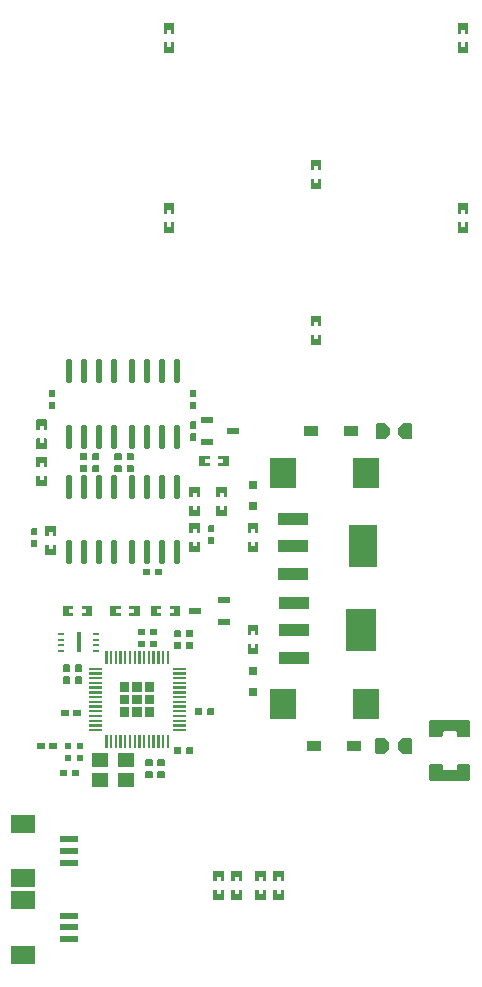
<source format=gtp>
G04 Layer: TopPasteMaskLayer*
G04 EasyEDA v6.5.29, 2023-07-19 20:14:37*
G04 41db7a399fb243939f9e48431119433e,5a6b42c53f6a479593ecc07194224c93,10*
G04 Gerber Generator version 0.2*
G04 Scale: 100 percent, Rotated: No, Reflected: No *
G04 Dimensions in millimeters *
G04 leading zeros omitted , absolute positions ,4 integer and 5 decimal *
%FSLAX45Y45*%
%MOMM*%

%AMMACRO1*21,1,$1,$2,0,0,$3*%
%ADD10O,0.58801X2.0450048*%
%ADD11R,0.8000X0.8000*%
%ADD12MACRO1,2.592X2.2075X-90.0000*%
%ADD13MACRO1,1.2X1.4X90.0000*%
%ADD14R,1.4000X1.2000*%
%ADD15MACRO1,1.2X1.4X-90.0000*%
%ADD16R,0.6000X0.2800*%
%ADD17R,0.3000X1.7000*%
%ADD18R,0.5500X0.5500*%
%ADD19R,1.5500X0.6000*%
%ADD20R,2.0000X1.5000*%
%ADD21R,1.0700X0.6000*%
%ADD22MACRO1,0.532X1.0375X-90.0000*%
%ADD23R,1.2000X0.9500*%
%ADD24R,2.5000X1.1000*%
%ADD25MACRO1,3.6X2.34X90.0000*%
%ADD26MACRO1,1.05X2.465X-90.0000*%
%ADD27MACRO1,3.54X2.465X90.0000*%
%ADD28C,0.0140*%

%LPD*%
G36*
X673252Y-2449423D02*
G01*
X663244Y-2459431D01*
X663244Y-2580081D01*
X673252Y-2590088D01*
X768705Y-2590088D01*
X778713Y-2580081D01*
X778713Y-2552293D01*
X788720Y-2542286D01*
X887679Y-2542286D01*
X897686Y-2552293D01*
X897686Y-2580081D01*
X907694Y-2590088D01*
X1003147Y-2590088D01*
X1013155Y-2580081D01*
X1013155Y-2459431D01*
X1003147Y-2449423D01*
G37*
G36*
X673252Y-2820111D02*
G01*
X663244Y-2830118D01*
X663244Y-2950768D01*
X673252Y-2960776D01*
X1003147Y-2960776D01*
X1013155Y-2950768D01*
X1013155Y-2830118D01*
X1003147Y-2820111D01*
X907694Y-2820111D01*
X897686Y-2830118D01*
X897686Y-2857906D01*
X887679Y-2867914D01*
X788720Y-2867914D01*
X778713Y-2857906D01*
X778713Y-2830118D01*
X768705Y-2820111D01*
G37*
G36*
X-1157630Y-3882593D02*
G01*
X-1162608Y-3887622D01*
X-1162608Y-3967581D01*
X-1157630Y-3972610D01*
X-1077620Y-3972610D01*
X-1072591Y-3967581D01*
X-1072591Y-3887622D01*
X-1077620Y-3882593D01*
X-1100378Y-3882593D01*
X-1100378Y-3919626D01*
X-1133398Y-3919626D01*
X-1133398Y-3882593D01*
G37*
G36*
X-1157630Y-3723589D02*
G01*
X-1162608Y-3728618D01*
X-1162608Y-3807612D01*
X-1157630Y-3812590D01*
X-1133398Y-3812590D01*
X-1133398Y-3774592D01*
X-1100378Y-3774592D01*
X-1100378Y-3812590D01*
X-1077620Y-3812590D01*
X-1072591Y-3807612D01*
X-1072591Y-3728618D01*
X-1077620Y-3723589D01*
G37*
G36*
X-1005230Y-3882593D02*
G01*
X-1010208Y-3887622D01*
X-1010208Y-3967581D01*
X-1005230Y-3972610D01*
X-925220Y-3972610D01*
X-920191Y-3967581D01*
X-920191Y-3887622D01*
X-925220Y-3882593D01*
X-947978Y-3882593D01*
X-947978Y-3919626D01*
X-980998Y-3919626D01*
X-980998Y-3882593D01*
G37*
G36*
X-1005230Y-3723589D02*
G01*
X-1010208Y-3728618D01*
X-1010208Y-3807612D01*
X-1005230Y-3812590D01*
X-980998Y-3812590D01*
X-980998Y-3774592D01*
X-947978Y-3774592D01*
X-947978Y-3812590D01*
X-925220Y-3812590D01*
X-920191Y-3807612D01*
X-920191Y-3728618D01*
X-925220Y-3723589D01*
G37*
G36*
X-649630Y-3882593D02*
G01*
X-654608Y-3887622D01*
X-654608Y-3967581D01*
X-649630Y-3972610D01*
X-569620Y-3972610D01*
X-564591Y-3967581D01*
X-564591Y-3887622D01*
X-569620Y-3882593D01*
X-592378Y-3882593D01*
X-592378Y-3919626D01*
X-625398Y-3919626D01*
X-625398Y-3882593D01*
G37*
G36*
X-649630Y-3723589D02*
G01*
X-654608Y-3728618D01*
X-654608Y-3807612D01*
X-649630Y-3812590D01*
X-625398Y-3812590D01*
X-625398Y-3774592D01*
X-592378Y-3774592D01*
X-592378Y-3812590D01*
X-569620Y-3812590D01*
X-564591Y-3807612D01*
X-564591Y-3728618D01*
X-569620Y-3723589D01*
G37*
G36*
X-802030Y-3882593D02*
G01*
X-807008Y-3887622D01*
X-807008Y-3967581D01*
X-802030Y-3972610D01*
X-722020Y-3972610D01*
X-716991Y-3967581D01*
X-716991Y-3887622D01*
X-722020Y-3882593D01*
X-744778Y-3882593D01*
X-744778Y-3919626D01*
X-777798Y-3919626D01*
X-777798Y-3882593D01*
G37*
G36*
X-802030Y-3723589D02*
G01*
X-807008Y-3728618D01*
X-807008Y-3807612D01*
X-802030Y-3812590D01*
X-777798Y-3812590D01*
X-777798Y-3774592D01*
X-744778Y-3774592D01*
X-744778Y-3812590D01*
X-722020Y-3812590D01*
X-716991Y-3807612D01*
X-716991Y-3728618D01*
X-722020Y-3723589D01*
G37*
G36*
X-332079Y975410D02*
G01*
X-337108Y970381D01*
X-337108Y890422D01*
X-332079Y885393D01*
X-309321Y885393D01*
X-309321Y922426D01*
X-276301Y922426D01*
X-276301Y885393D01*
X-252120Y885393D01*
X-247091Y890422D01*
X-247091Y970381D01*
X-252120Y975410D01*
G37*
G36*
X-332079Y815390D02*
G01*
X-337108Y810412D01*
X-337108Y731418D01*
X-332079Y726389D01*
X-252120Y726389D01*
X-247091Y731418D01*
X-247091Y810412D01*
X-252120Y815390D01*
X-276301Y815390D01*
X-276301Y777392D01*
X-309321Y777392D01*
X-309321Y815390D01*
G37*
G36*
X-332079Y2296210D02*
G01*
X-337108Y2291181D01*
X-337108Y2211222D01*
X-332079Y2206193D01*
X-309321Y2206193D01*
X-309321Y2243226D01*
X-276301Y2243226D01*
X-276301Y2206193D01*
X-252120Y2206193D01*
X-247091Y2211222D01*
X-247091Y2291181D01*
X-252120Y2296210D01*
G37*
G36*
X-332079Y2136190D02*
G01*
X-337108Y2131212D01*
X-337108Y2052218D01*
X-332079Y2047189D01*
X-252120Y2047189D01*
X-247091Y2052218D01*
X-247091Y2131212D01*
X-252120Y2136190D01*
X-276301Y2136190D01*
X-276301Y2098192D01*
X-309321Y2098192D01*
X-309321Y2136190D01*
G37*
G36*
X-1892706Y-188417D02*
G01*
X-1897684Y-193395D01*
X-1897684Y-238404D01*
X-1892706Y-243382D01*
X-1839722Y-243382D01*
X-1834692Y-238404D01*
X-1834692Y-193395D01*
X-1839722Y-188417D01*
G37*
G36*
X-1995678Y-188417D02*
G01*
X-2000707Y-193395D01*
X-2000707Y-238404D01*
X-1995678Y-243382D01*
X-1942693Y-243382D01*
X-1937715Y-238404D01*
X-1937715Y-193395D01*
X-1942693Y-188417D01*
G37*
G36*
X-2287828Y-188417D02*
G01*
X-2292807Y-193395D01*
X-2292807Y-238404D01*
X-2287828Y-243382D01*
X-2234793Y-243382D01*
X-2229815Y-238404D01*
X-2229815Y-193395D01*
X-2234793Y-188417D01*
G37*
G36*
X-2184806Y-188417D02*
G01*
X-2189784Y-193395D01*
X-2189784Y-238404D01*
X-2184806Y-243382D01*
X-2131822Y-243382D01*
X-2126792Y-238404D01*
X-2126792Y-193395D01*
X-2131822Y-188417D01*
G37*
G36*
X-2549804Y246684D02*
G01*
X-2554782Y241706D01*
X-2554782Y188722D01*
X-2549804Y183692D01*
X-2504795Y183692D01*
X-2499817Y188722D01*
X-2499817Y241706D01*
X-2504795Y246684D01*
G37*
G36*
X-2549804Y349707D02*
G01*
X-2554782Y344678D01*
X-2554782Y291693D01*
X-2549804Y286715D01*
X-2504795Y286715D01*
X-2499817Y291693D01*
X-2499817Y344678D01*
X-2504795Y349707D01*
G37*
G36*
X-865479Y-777189D02*
G01*
X-870508Y-782218D01*
X-870508Y-862177D01*
X-865479Y-867206D01*
X-842721Y-867206D01*
X-842721Y-830173D01*
X-809701Y-830173D01*
X-809701Y-867206D01*
X-785520Y-867206D01*
X-780491Y-862177D01*
X-780491Y-782218D01*
X-785520Y-777189D01*
G37*
G36*
X-865479Y-937209D02*
G01*
X-870508Y-942187D01*
X-870508Y-1021181D01*
X-865479Y-1026210D01*
X-785520Y-1026210D01*
X-780491Y-1021181D01*
X-780491Y-942187D01*
X-785520Y-937209D01*
X-809701Y-937209D01*
X-809701Y-975207D01*
X-842721Y-975207D01*
X-842721Y-937209D01*
G37*
G36*
X-1356004Y246684D02*
G01*
X-1360982Y241706D01*
X-1360982Y188722D01*
X-1356004Y183692D01*
X-1310995Y183692D01*
X-1306017Y188722D01*
X-1306017Y241706D01*
X-1310995Y246684D01*
G37*
G36*
X-1356004Y349707D02*
G01*
X-1360982Y344678D01*
X-1360982Y291693D01*
X-1356004Y286715D01*
X-1310995Y286715D01*
X-1306017Y291693D01*
X-1306017Y344678D01*
X-1310995Y349707D01*
G37*
G36*
X912520Y1927910D02*
G01*
X907491Y1922881D01*
X907491Y1842922D01*
X912520Y1837893D01*
X935278Y1837893D01*
X935278Y1874926D01*
X968298Y1874926D01*
X968298Y1837893D01*
X992479Y1837893D01*
X997508Y1842922D01*
X997508Y1922881D01*
X992479Y1927910D01*
G37*
G36*
X912520Y1767890D02*
G01*
X907491Y1762912D01*
X907491Y1683918D01*
X912520Y1678889D01*
X992479Y1678889D01*
X997508Y1683918D01*
X997508Y1762912D01*
X992479Y1767890D01*
X968298Y1767890D01*
X968298Y1729892D01*
X935278Y1729892D01*
X935278Y1767890D01*
G37*
G36*
X912520Y3451910D02*
G01*
X907491Y3446881D01*
X907491Y3366922D01*
X912520Y3361893D01*
X935278Y3361893D01*
X935278Y3398926D01*
X968298Y3398926D01*
X968298Y3361893D01*
X992479Y3361893D01*
X997508Y3366922D01*
X997508Y3446881D01*
X992479Y3451910D01*
G37*
G36*
X912520Y3291890D02*
G01*
X907491Y3286912D01*
X907491Y3207918D01*
X912520Y3202889D01*
X992479Y3202889D01*
X997508Y3207918D01*
X997508Y3286912D01*
X992479Y3291890D01*
X968298Y3291890D01*
X968298Y3253892D01*
X935278Y3253892D01*
X935278Y3291890D01*
G37*
G36*
X-1487881Y-1783283D02*
G01*
X-1492910Y-1790293D01*
X-1492910Y-1838299D01*
X-1487881Y-1843278D01*
X-1442923Y-1843278D01*
X-1437894Y-1838299D01*
X-1437894Y-1790293D01*
X-1442923Y-1783283D01*
G37*
G36*
X-1487881Y-1687322D02*
G01*
X-1492910Y-1692300D01*
X-1492910Y-1740306D01*
X-1487881Y-1747316D01*
X-1442923Y-1747316D01*
X-1437894Y-1740306D01*
X-1437894Y-1692300D01*
X-1442923Y-1687322D01*
G37*
G36*
X-1694383Y-1775917D02*
G01*
X-1701393Y-1780895D01*
X-1701393Y-1825904D01*
X-1694383Y-1830882D01*
X-1646377Y-1830882D01*
X-1641398Y-1825904D01*
X-1641398Y-1780895D01*
X-1646377Y-1775917D01*
G37*
G36*
X-1792376Y-1775917D02*
G01*
X-1797405Y-1780895D01*
X-1797405Y-1825904D01*
X-1792376Y-1830882D01*
X-1744421Y-1830882D01*
X-1737410Y-1825904D01*
X-1737410Y-1780895D01*
X-1744421Y-1775917D01*
G37*
G36*
X-1386281Y-1785315D02*
G01*
X-1391310Y-1790293D01*
X-1391310Y-1843278D01*
X-1386281Y-1848307D01*
X-1341323Y-1848307D01*
X-1336294Y-1843278D01*
X-1336294Y-1790293D01*
X-1341323Y-1785315D01*
G37*
G36*
X-1386332Y-1682292D02*
G01*
X-1391310Y-1687322D01*
X-1391310Y-1740306D01*
X-1386281Y-1745284D01*
X-1341323Y-1745284D01*
X-1336294Y-1740306D01*
X-1336294Y-1687322D01*
X-1341323Y-1682292D01*
G37*
G36*
X-2457805Y-2868117D02*
G01*
X-2462784Y-2873095D01*
X-2462784Y-2918104D01*
X-2457805Y-2923082D01*
X-2404821Y-2923082D01*
X-2399792Y-2918104D01*
X-2399792Y-2873095D01*
X-2404821Y-2868117D01*
G37*
G36*
X-2354783Y-2868117D02*
G01*
X-2359812Y-2873095D01*
X-2359812Y-2918104D01*
X-2354783Y-2923082D01*
X-2301798Y-2923082D01*
X-2296820Y-2918104D01*
X-2296820Y-2873095D01*
X-2301798Y-2868117D01*
G37*
G36*
X-1733905Y-2880817D02*
G01*
X-1738884Y-2885795D01*
X-1738884Y-2930804D01*
X-1733905Y-2935782D01*
X-1680921Y-2935782D01*
X-1675892Y-2930804D01*
X-1675892Y-2885795D01*
X-1680921Y-2880817D01*
G37*
G36*
X-1630883Y-2880817D02*
G01*
X-1635912Y-2885795D01*
X-1635912Y-2930804D01*
X-1630883Y-2935782D01*
X-1577898Y-2935782D01*
X-1572920Y-2930804D01*
X-1572920Y-2885795D01*
X-1577898Y-2880817D01*
G37*
G36*
X-1733905Y-2779217D02*
G01*
X-1738884Y-2784195D01*
X-1738884Y-2829204D01*
X-1733905Y-2834182D01*
X-1680921Y-2834182D01*
X-1675892Y-2829204D01*
X-1675892Y-2784195D01*
X-1680921Y-2779217D01*
G37*
G36*
X-1630883Y-2779217D02*
G01*
X-1635912Y-2784195D01*
X-1635912Y-2829204D01*
X-1630883Y-2834182D01*
X-1577898Y-2834182D01*
X-1572920Y-2829204D01*
X-1572920Y-2784195D01*
X-1577898Y-2779217D01*
G37*
G36*
X-2218334Y-2003298D02*
G01*
X-2218334Y-2023313D01*
X-2108301Y-2023313D01*
X-2108301Y-2003298D01*
G37*
G36*
X-2218334Y-2043277D02*
G01*
X-2218334Y-2063292D01*
X-2108301Y-2063292D01*
X-2108301Y-2043277D01*
G37*
G36*
X-2218334Y-2083307D02*
G01*
X-2218334Y-2103323D01*
X-2108301Y-2103323D01*
X-2108301Y-2083307D01*
G37*
G36*
X-2218334Y-2123338D02*
G01*
X-2218334Y-2143302D01*
X-2108301Y-2143302D01*
X-2108301Y-2123338D01*
G37*
G36*
X-2218334Y-2163267D02*
G01*
X-2218334Y-2183282D01*
X-2108301Y-2183282D01*
X-2108301Y-2163267D01*
G37*
G36*
X-2218334Y-2203297D02*
G01*
X-2218334Y-2223312D01*
X-2108301Y-2223312D01*
X-2108301Y-2203297D01*
G37*
G36*
X-2218334Y-2243277D02*
G01*
X-2218334Y-2263292D01*
X-2108301Y-2263292D01*
X-2108301Y-2243277D01*
G37*
G36*
X-2218334Y-2283307D02*
G01*
X-2218334Y-2303322D01*
X-2108301Y-2303322D01*
X-2108301Y-2283307D01*
G37*
G36*
X-2218334Y-2323287D02*
G01*
X-2218334Y-2343302D01*
X-2108301Y-2343302D01*
X-2108301Y-2323287D01*
G37*
G36*
X-2218334Y-2363266D02*
G01*
X-2218334Y-2383282D01*
X-2108301Y-2383282D01*
X-2108301Y-2363266D01*
G37*
G36*
X-2218334Y-2403297D02*
G01*
X-2218334Y-2423312D01*
X-2108301Y-2423312D01*
X-2108301Y-2403297D01*
G37*
G36*
X-2218334Y-2443327D02*
G01*
X-2218334Y-2463292D01*
X-2108301Y-2463292D01*
X-2108301Y-2443327D01*
G37*
G36*
X-2218334Y-2483307D02*
G01*
X-2218334Y-2503322D01*
X-2108301Y-2503322D01*
X-2108301Y-2483307D01*
G37*
G36*
X-2218334Y-2523286D02*
G01*
X-2218334Y-2543302D01*
X-2108301Y-2543302D01*
X-2108301Y-2523286D01*
G37*
G36*
X-2078278Y-2573274D02*
G01*
X-2078278Y-2683306D01*
X-2058314Y-2683306D01*
X-2058314Y-2573274D01*
G37*
G36*
X-2038299Y-2573274D02*
G01*
X-2038299Y-2683306D01*
X-2018334Y-2683306D01*
X-2018334Y-2573274D01*
G37*
G36*
X-1998319Y-2573274D02*
G01*
X-1998319Y-2683306D01*
X-1978304Y-2683306D01*
X-1978304Y-2573274D01*
G37*
G36*
X-1958289Y-2573274D02*
G01*
X-1958289Y-2683306D01*
X-1938324Y-2683306D01*
X-1938324Y-2573274D01*
G37*
G36*
X-1918309Y-2573274D02*
G01*
X-1918309Y-2683306D01*
X-1898294Y-2683306D01*
X-1898294Y-2573274D01*
G37*
G36*
X-1878279Y-2573274D02*
G01*
X-1878279Y-2683306D01*
X-1858314Y-2683306D01*
X-1858314Y-2573274D01*
G37*
G36*
X-1838299Y-2573274D02*
G01*
X-1838299Y-2683306D01*
X-1818335Y-2683306D01*
X-1818335Y-2573274D01*
G37*
G36*
X-1798320Y-2573274D02*
G01*
X-1798320Y-2683306D01*
X-1778304Y-2683306D01*
X-1778304Y-2573274D01*
G37*
G36*
X-1758289Y-2573274D02*
G01*
X-1758289Y-2683306D01*
X-1738325Y-2683306D01*
X-1738325Y-2573274D01*
G37*
G36*
X-1718310Y-2573274D02*
G01*
X-1718310Y-2683306D01*
X-1698294Y-2683306D01*
X-1698294Y-2573274D01*
G37*
G36*
X-1678279Y-2573274D02*
G01*
X-1678279Y-2683306D01*
X-1658315Y-2683306D01*
X-1658315Y-2573274D01*
G37*
G36*
X-1638300Y-2573274D02*
G01*
X-1638300Y-2683306D01*
X-1618335Y-2683306D01*
X-1618335Y-2573274D01*
G37*
G36*
X-1598320Y-2573274D02*
G01*
X-1598320Y-2683306D01*
X-1578305Y-2683306D01*
X-1578305Y-2573274D01*
G37*
G36*
X-1558290Y-2573274D02*
G01*
X-1558290Y-2683306D01*
X-1538325Y-2683306D01*
X-1538325Y-2573274D01*
G37*
G36*
X-1508302Y-2523286D02*
G01*
X-1508302Y-2543302D01*
X-1398270Y-2543302D01*
X-1398270Y-2523286D01*
G37*
G36*
X-1508302Y-2483307D02*
G01*
X-1508302Y-2503322D01*
X-1398270Y-2503322D01*
X-1398270Y-2483307D01*
G37*
G36*
X-1508302Y-2443327D02*
G01*
X-1508302Y-2463292D01*
X-1398270Y-2463292D01*
X-1398270Y-2443327D01*
G37*
G36*
X-1508302Y-2403297D02*
G01*
X-1508302Y-2423312D01*
X-1398270Y-2423312D01*
X-1398270Y-2403297D01*
G37*
G36*
X-1508302Y-2363266D02*
G01*
X-1508302Y-2383282D01*
X-1398270Y-2383282D01*
X-1398270Y-2363266D01*
G37*
G36*
X-1508302Y-2323287D02*
G01*
X-1508302Y-2343302D01*
X-1398270Y-2343302D01*
X-1398270Y-2323287D01*
G37*
G36*
X-1508302Y-2283307D02*
G01*
X-1508302Y-2303322D01*
X-1398270Y-2303322D01*
X-1398270Y-2283307D01*
G37*
G36*
X-1508302Y-2243277D02*
G01*
X-1508302Y-2263292D01*
X-1398270Y-2263292D01*
X-1398270Y-2243277D01*
G37*
G36*
X-1508302Y-2203297D02*
G01*
X-1508302Y-2223312D01*
X-1398270Y-2223312D01*
X-1398270Y-2203297D01*
G37*
G36*
X-1508302Y-2163267D02*
G01*
X-1508302Y-2183282D01*
X-1398270Y-2183282D01*
X-1398270Y-2163267D01*
G37*
G36*
X-1508302Y-2123338D02*
G01*
X-1508302Y-2143302D01*
X-1398270Y-2143302D01*
X-1398270Y-2123338D01*
G37*
G36*
X-1508302Y-2083307D02*
G01*
X-1508302Y-2103323D01*
X-1398270Y-2103323D01*
X-1398270Y-2083307D01*
G37*
G36*
X-1508302Y-2043277D02*
G01*
X-1508302Y-2063292D01*
X-1398270Y-2063292D01*
X-1398270Y-2043277D01*
G37*
G36*
X-1508302Y-2003298D02*
G01*
X-1508302Y-2023313D01*
X-1398270Y-2023313D01*
X-1398270Y-2003298D01*
G37*
G36*
X-1558290Y-1863293D02*
G01*
X-1558290Y-1973325D01*
X-1538325Y-1973325D01*
X-1538325Y-1863293D01*
G37*
G36*
X-1598320Y-1863293D02*
G01*
X-1598320Y-1973325D01*
X-1578305Y-1973325D01*
X-1578305Y-1863293D01*
G37*
G36*
X-1638300Y-1863293D02*
G01*
X-1638300Y-1973325D01*
X-1618335Y-1973325D01*
X-1618335Y-1863293D01*
G37*
G36*
X-1678279Y-1863293D02*
G01*
X-1678279Y-1973325D01*
X-1658315Y-1973325D01*
X-1658315Y-1863293D01*
G37*
G36*
X-1718310Y-1863293D02*
G01*
X-1718310Y-1973325D01*
X-1698294Y-1973325D01*
X-1698294Y-1863293D01*
G37*
G36*
X-1758289Y-1863293D02*
G01*
X-1758289Y-1973325D01*
X-1738325Y-1973325D01*
X-1738325Y-1863293D01*
G37*
G36*
X-1798320Y-1863293D02*
G01*
X-1798320Y-1973325D01*
X-1778304Y-1973325D01*
X-1778304Y-1863293D01*
G37*
G36*
X-1838299Y-1863293D02*
G01*
X-1838299Y-1973325D01*
X-1818335Y-1973325D01*
X-1818335Y-1863293D01*
G37*
G36*
X-1878279Y-1863293D02*
G01*
X-1878279Y-1973325D01*
X-1858314Y-1973325D01*
X-1858314Y-1863293D01*
G37*
G36*
X-1918309Y-1863293D02*
G01*
X-1918309Y-1973325D01*
X-1898294Y-1973325D01*
X-1898294Y-1863293D01*
G37*
G36*
X-1958289Y-1863293D02*
G01*
X-1958289Y-1973325D01*
X-1938324Y-1973325D01*
X-1938324Y-1863293D01*
G37*
G36*
X-1998319Y-1863293D02*
G01*
X-1998319Y-1973325D01*
X-1978304Y-1973325D01*
X-1978304Y-1863293D01*
G37*
G36*
X-2038299Y-1863293D02*
G01*
X-2038299Y-1973325D01*
X-2018334Y-1973325D01*
X-2018334Y-1863293D01*
G37*
G36*
X-2078278Y-1863293D02*
G01*
X-2078278Y-1973325D01*
X-2058314Y-1973325D01*
X-2058314Y-1863293D01*
G37*
G36*
X-1743303Y-2128316D02*
G01*
X-1743303Y-2208276D01*
X-1663293Y-2208276D01*
X-1663293Y-2128316D01*
G37*
G36*
X-1953310Y-2128316D02*
G01*
X-1953310Y-2208276D01*
X-1873300Y-2208276D01*
X-1873300Y-2128316D01*
G37*
G36*
X-1953310Y-2338273D02*
G01*
X-1953310Y-2418283D01*
X-1873300Y-2418283D01*
X-1873300Y-2338273D01*
G37*
G36*
X-1743303Y-2338273D02*
G01*
X-1743303Y-2418283D01*
X-1663293Y-2418283D01*
X-1663293Y-2338273D01*
G37*
G36*
X-1743303Y-2233320D02*
G01*
X-1743303Y-2313330D01*
X-1663344Y-2313330D01*
X-1663344Y-2233320D01*
G37*
G36*
X-1848307Y-2128266D02*
G01*
X-1848307Y-2208276D01*
X-1768297Y-2208276D01*
X-1768297Y-2128266D01*
G37*
G36*
X-1953310Y-2233320D02*
G01*
X-1953310Y-2313330D01*
X-1873300Y-2313330D01*
X-1873300Y-2233320D01*
G37*
G36*
X-1848307Y-2233320D02*
G01*
X-1848307Y-2313279D01*
X-1768297Y-2313279D01*
X-1768297Y-2233320D01*
G37*
G36*
X-1848307Y-2338781D02*
G01*
X-1848307Y-2418791D01*
X-1768297Y-2418791D01*
X-1768297Y-2338781D01*
G37*
G36*
X-1694383Y-1674317D02*
G01*
X-1699412Y-1679295D01*
X-1699412Y-1724304D01*
X-1694383Y-1729282D01*
X-1641398Y-1729282D01*
X-1636420Y-1724304D01*
X-1636420Y-1679295D01*
X-1641398Y-1674317D01*
G37*
G36*
X-1797405Y-1674317D02*
G01*
X-1802384Y-1679295D01*
X-1802384Y-1724304D01*
X-1797405Y-1729282D01*
X-1744421Y-1729282D01*
X-1739392Y-1724304D01*
X-1739392Y-1679295D01*
X-1744421Y-1674317D01*
G37*
G36*
X-1492605Y-2677617D02*
G01*
X-1497584Y-2682595D01*
X-1497584Y-2727604D01*
X-1492605Y-2732582D01*
X-1439621Y-2732582D01*
X-1434592Y-2727604D01*
X-1434592Y-2682595D01*
X-1439621Y-2677617D01*
G37*
G36*
X-1389583Y-2677617D02*
G01*
X-1394612Y-2682595D01*
X-1394612Y-2727604D01*
X-1389583Y-2732582D01*
X-1336598Y-2732582D01*
X-1331620Y-2727604D01*
X-1331620Y-2682595D01*
X-1336598Y-2677617D01*
G37*
G36*
X-1314805Y-2347417D02*
G01*
X-1319784Y-2352395D01*
X-1319784Y-2397404D01*
X-1314805Y-2402382D01*
X-1261821Y-2402382D01*
X-1256792Y-2397404D01*
X-1256792Y-2352395D01*
X-1261821Y-2347417D01*
G37*
G36*
X-1211783Y-2347417D02*
G01*
X-1216812Y-2352395D01*
X-1216812Y-2397404D01*
X-1211783Y-2402382D01*
X-1158798Y-2402382D01*
X-1153820Y-2397404D01*
X-1153820Y-2352395D01*
X-1158798Y-2347417D01*
G37*
G36*
X-2326081Y-1974392D02*
G01*
X-2331110Y-1979422D01*
X-2331110Y-2032406D01*
X-2326081Y-2037384D01*
X-2281123Y-2037384D01*
X-2276094Y-2032406D01*
X-2276094Y-1979422D01*
X-2281123Y-1974392D01*
G37*
G36*
X-2326081Y-2077415D02*
G01*
X-2331110Y-2082393D01*
X-2331110Y-2135378D01*
X-2326081Y-2140407D01*
X-2281072Y-2140407D01*
X-2276094Y-2135378D01*
X-2276094Y-2082393D01*
X-2281123Y-2077415D01*
G37*
G36*
X-2427681Y-1974392D02*
G01*
X-2432710Y-1979422D01*
X-2432710Y-2032406D01*
X-2427681Y-2037384D01*
X-2382723Y-2037384D01*
X-2377694Y-2032406D01*
X-2377694Y-1979422D01*
X-2382723Y-1974392D01*
G37*
G36*
X-2427681Y-2077415D02*
G01*
X-2432710Y-2082393D01*
X-2432710Y-2135378D01*
X-2427681Y-2140407D01*
X-2382672Y-2140407D01*
X-2377694Y-2135378D01*
X-2377694Y-2082393D01*
X-2382723Y-2077415D01*
G37*
G36*
X-2342083Y-2360117D02*
G01*
X-2347112Y-2365095D01*
X-2347112Y-2410104D01*
X-2342083Y-2415082D01*
X-2289098Y-2415082D01*
X-2284120Y-2410104D01*
X-2284120Y-2365095D01*
X-2289098Y-2360117D01*
G37*
G36*
X-2445105Y-2360117D02*
G01*
X-2450084Y-2365095D01*
X-2450084Y-2410104D01*
X-2445105Y-2415082D01*
X-2392121Y-2415082D01*
X-2387092Y-2410104D01*
X-2387092Y-2365095D01*
X-2392121Y-2360117D01*
G37*
G36*
X-2545283Y-2639517D02*
G01*
X-2550312Y-2644495D01*
X-2550312Y-2689504D01*
X-2545283Y-2694482D01*
X-2492298Y-2694482D01*
X-2487320Y-2689504D01*
X-2487320Y-2644495D01*
X-2492298Y-2639517D01*
G37*
G36*
X-2648305Y-2639517D02*
G01*
X-2653284Y-2644495D01*
X-2653284Y-2689504D01*
X-2648305Y-2694482D01*
X-2595321Y-2694482D01*
X-2590292Y-2689504D01*
X-2590292Y-2644495D01*
X-2595321Y-2639517D01*
G37*
G36*
X-865479Y-1799793D02*
G01*
X-870508Y-1804822D01*
X-870508Y-1884781D01*
X-865479Y-1889810D01*
X-785520Y-1889810D01*
X-780491Y-1884781D01*
X-780491Y-1804822D01*
X-785520Y-1799793D01*
X-808278Y-1799793D01*
X-808278Y-1836826D01*
X-841298Y-1836826D01*
X-841298Y-1799793D01*
G37*
G36*
X-865479Y-1640789D02*
G01*
X-870508Y-1645818D01*
X-870508Y-1724812D01*
X-865479Y-1729790D01*
X-841298Y-1729790D01*
X-841298Y-1691792D01*
X-808278Y-1691792D01*
X-808278Y-1729790D01*
X-785520Y-1729790D01*
X-780491Y-1724812D01*
X-780491Y-1645818D01*
X-785520Y-1640789D01*
G37*
G36*
X-1527505Y-1478991D02*
G01*
X-1532483Y-1484020D01*
X-1532483Y-1506778D01*
X-1495501Y-1506778D01*
X-1495501Y-1539798D01*
X-1532483Y-1539798D01*
X-1532483Y-1563979D01*
X-1527505Y-1569008D01*
X-1447495Y-1569008D01*
X-1442516Y-1563979D01*
X-1442516Y-1484020D01*
X-1447495Y-1478991D01*
G37*
G36*
X-1686509Y-1478991D02*
G01*
X-1691487Y-1484020D01*
X-1691487Y-1563979D01*
X-1686509Y-1569008D01*
X-1607515Y-1569008D01*
X-1602486Y-1563979D01*
X-1602486Y-1539798D01*
X-1640484Y-1539798D01*
X-1640484Y-1506778D01*
X-1602486Y-1506778D01*
X-1602486Y-1484020D01*
X-1607515Y-1478991D01*
G37*
G36*
X-1870405Y-1478991D02*
G01*
X-1875383Y-1484020D01*
X-1875383Y-1506778D01*
X-1838401Y-1506778D01*
X-1838401Y-1539798D01*
X-1875383Y-1539798D01*
X-1875383Y-1563979D01*
X-1870405Y-1569008D01*
X-1790395Y-1569008D01*
X-1785416Y-1563979D01*
X-1785416Y-1484020D01*
X-1790395Y-1478991D01*
G37*
G36*
X-2029409Y-1478991D02*
G01*
X-2034387Y-1484020D01*
X-2034387Y-1563979D01*
X-2029409Y-1569008D01*
X-1950415Y-1569008D01*
X-1945386Y-1563979D01*
X-1945386Y-1539798D01*
X-1983384Y-1539798D01*
X-1983384Y-1506778D01*
X-1945386Y-1506778D01*
X-1945386Y-1484020D01*
X-1950415Y-1478991D01*
G37*
G36*
X-2271877Y-1478991D02*
G01*
X-2276906Y-1484020D01*
X-2276906Y-1506778D01*
X-2239924Y-1506778D01*
X-2239924Y-1539798D01*
X-2276906Y-1539798D01*
X-2276906Y-1563979D01*
X-2271877Y-1569008D01*
X-2191918Y-1569008D01*
X-2186889Y-1563979D01*
X-2186889Y-1484020D01*
X-2191918Y-1478991D01*
G37*
G36*
X-2430881Y-1478991D02*
G01*
X-2435910Y-1484020D01*
X-2435910Y-1563979D01*
X-2430881Y-1569008D01*
X-2351887Y-1569008D01*
X-2346909Y-1563979D01*
X-2346909Y-1539798D01*
X-2384907Y-1539798D01*
X-2384907Y-1506778D01*
X-2346909Y-1506778D01*
X-2346909Y-1484020D01*
X-2351887Y-1478991D01*
G37*
G36*
X-2184806Y-290017D02*
G01*
X-2189784Y-294995D01*
X-2189784Y-340004D01*
X-2184806Y-344982D01*
X-2131822Y-344982D01*
X-2126792Y-340004D01*
X-2126792Y-294995D01*
X-2131822Y-290017D01*
G37*
G36*
X-2287778Y-290017D02*
G01*
X-2292807Y-294995D01*
X-2292807Y-340004D01*
X-2287778Y-344982D01*
X-2234793Y-344982D01*
X-2229815Y-340004D01*
X-2229815Y-294995D01*
X-2234793Y-290017D01*
G37*
G36*
X-2702204Y-919683D02*
G01*
X-2707182Y-926693D01*
X-2707182Y-974699D01*
X-2702204Y-979678D01*
X-2657195Y-979678D01*
X-2652217Y-974699D01*
X-2652217Y-926693D01*
X-2657195Y-919683D01*
G37*
G36*
X-2702204Y-823721D02*
G01*
X-2707182Y-828700D01*
X-2707182Y-876706D01*
X-2702204Y-883716D01*
X-2657195Y-883716D01*
X-2652217Y-876706D01*
X-2652217Y-828700D01*
X-2657195Y-823721D01*
G37*
G36*
X-1203604Y-798322D02*
G01*
X-1208582Y-803300D01*
X-1208582Y-851306D01*
X-1203604Y-858316D01*
X-1158595Y-858316D01*
X-1153617Y-851306D01*
X-1153617Y-803300D01*
X-1158595Y-798322D01*
G37*
G36*
X-1203604Y-894283D02*
G01*
X-1208582Y-901293D01*
X-1208582Y-949299D01*
X-1203604Y-954278D01*
X-1158595Y-954278D01*
X-1153617Y-949299D01*
X-1153617Y-901293D01*
X-1158595Y-894283D01*
G37*
G36*
X-1360779Y-777189D02*
G01*
X-1365808Y-782218D01*
X-1365808Y-862177D01*
X-1360779Y-867206D01*
X-1338021Y-867206D01*
X-1338021Y-830173D01*
X-1305001Y-830173D01*
X-1305001Y-867206D01*
X-1280820Y-867206D01*
X-1275791Y-862177D01*
X-1275791Y-782218D01*
X-1280820Y-777189D01*
G37*
G36*
X-1360779Y-937209D02*
G01*
X-1365808Y-942187D01*
X-1365808Y-1021181D01*
X-1360779Y-1026210D01*
X-1280820Y-1026210D01*
X-1275791Y-1021181D01*
X-1275791Y-942187D01*
X-1280820Y-937209D01*
X-1305001Y-937209D01*
X-1305001Y-975207D01*
X-1338021Y-975207D01*
X-1338021Y-937209D01*
G37*
G36*
X-2579979Y-961593D02*
G01*
X-2585008Y-966622D01*
X-2585008Y-1046581D01*
X-2579979Y-1051610D01*
X-2500020Y-1051610D01*
X-2494991Y-1046581D01*
X-2494991Y-966622D01*
X-2500020Y-961593D01*
X-2522778Y-961593D01*
X-2522778Y-998626D01*
X-2555798Y-998626D01*
X-2555798Y-961593D01*
G37*
G36*
X-2579979Y-802589D02*
G01*
X-2585008Y-807618D01*
X-2585008Y-886612D01*
X-2579979Y-891590D01*
X-2555798Y-891590D01*
X-2555798Y-853592D01*
X-2522778Y-853592D01*
X-2522778Y-891590D01*
X-2500020Y-891590D01*
X-2494991Y-886612D01*
X-2494991Y-807618D01*
X-2500020Y-802589D01*
G37*
G36*
X-2656179Y-218389D02*
G01*
X-2661208Y-223418D01*
X-2661208Y-303377D01*
X-2656179Y-308406D01*
X-2633421Y-308406D01*
X-2633421Y-271373D01*
X-2600401Y-271373D01*
X-2600401Y-308406D01*
X-2576220Y-308406D01*
X-2571191Y-303377D01*
X-2571191Y-223418D01*
X-2576220Y-218389D01*
G37*
G36*
X-2656179Y-378409D02*
G01*
X-2661208Y-383387D01*
X-2661208Y-462381D01*
X-2656179Y-467410D01*
X-2576220Y-467410D01*
X-2571191Y-462381D01*
X-2571191Y-383387D01*
X-2576220Y-378409D01*
X-2600401Y-378409D01*
X-2600401Y-416407D01*
X-2633421Y-416407D01*
X-2633421Y-378409D01*
G37*
G36*
X-1576679Y3451910D02*
G01*
X-1581708Y3446881D01*
X-1581708Y3366922D01*
X-1576679Y3361893D01*
X-1553921Y3361893D01*
X-1553921Y3398926D01*
X-1520901Y3398926D01*
X-1520901Y3361893D01*
X-1496720Y3361893D01*
X-1491691Y3366922D01*
X-1491691Y3446881D01*
X-1496720Y3451910D01*
G37*
G36*
X-1576679Y3291890D02*
G01*
X-1581708Y3286912D01*
X-1581708Y3207918D01*
X-1576679Y3202889D01*
X-1496720Y3202889D01*
X-1491691Y3207918D01*
X-1491691Y3286912D01*
X-1496720Y3291890D01*
X-1520901Y3291890D01*
X-1520901Y3253892D01*
X-1553921Y3253892D01*
X-1553921Y3291890D01*
G37*
G36*
X-1576679Y1927910D02*
G01*
X-1581708Y1922881D01*
X-1581708Y1842922D01*
X-1576679Y1837893D01*
X-1553921Y1837893D01*
X-1553921Y1874926D01*
X-1520901Y1874926D01*
X-1520901Y1837893D01*
X-1496720Y1837893D01*
X-1491691Y1842922D01*
X-1491691Y1922881D01*
X-1496720Y1927910D01*
G37*
G36*
X-1576679Y1767890D02*
G01*
X-1581708Y1762912D01*
X-1581708Y1683918D01*
X-1576679Y1678889D01*
X-1496720Y1678889D01*
X-1491691Y1683918D01*
X-1491691Y1762912D01*
X-1496720Y1767890D01*
X-1520901Y1767890D01*
X-1520901Y1729892D01*
X-1553921Y1729892D01*
X-1553921Y1767890D01*
G37*
G36*
X-1116177Y-208991D02*
G01*
X-1121206Y-214020D01*
X-1121206Y-236778D01*
X-1084224Y-236778D01*
X-1084224Y-269798D01*
X-1121206Y-269798D01*
X-1121206Y-293979D01*
X-1116177Y-299008D01*
X-1036218Y-299008D01*
X-1031189Y-293979D01*
X-1031189Y-214020D01*
X-1036218Y-208991D01*
G37*
G36*
X-1275181Y-208991D02*
G01*
X-1280210Y-214020D01*
X-1280210Y-293979D01*
X-1275181Y-299008D01*
X-1196187Y-299008D01*
X-1191209Y-293979D01*
X-1191209Y-269798D01*
X-1229207Y-269798D01*
X-1229207Y-236778D01*
X-1191209Y-236778D01*
X-1191209Y-214020D01*
X-1196187Y-208991D01*
G37*
G36*
X-2656179Y99110D02*
G01*
X-2661208Y94081D01*
X-2661208Y14122D01*
X-2656179Y9093D01*
X-2633421Y9093D01*
X-2633421Y46126D01*
X-2600401Y46126D01*
X-2600401Y9093D01*
X-2576220Y9093D01*
X-2571191Y14122D01*
X-2571191Y94081D01*
X-2576220Y99110D01*
G37*
G36*
X-2656179Y-60909D02*
G01*
X-2661208Y-65887D01*
X-2661208Y-144881D01*
X-2656179Y-149910D01*
X-2576220Y-149910D01*
X-2571191Y-144881D01*
X-2571191Y-65887D01*
X-2576220Y-60909D01*
X-2600401Y-60909D01*
X-2600401Y-98907D01*
X-2633421Y-98907D01*
X-2633421Y-60909D01*
G37*
G36*
X-1360779Y-472389D02*
G01*
X-1365808Y-477418D01*
X-1365808Y-557377D01*
X-1360779Y-562406D01*
X-1338021Y-562406D01*
X-1338021Y-525373D01*
X-1305001Y-525373D01*
X-1305001Y-562406D01*
X-1280820Y-562406D01*
X-1275791Y-557377D01*
X-1275791Y-477418D01*
X-1280820Y-472389D01*
G37*
G36*
X-1360779Y-632409D02*
G01*
X-1365808Y-637387D01*
X-1365808Y-716381D01*
X-1360779Y-721410D01*
X-1280820Y-721410D01*
X-1275791Y-716381D01*
X-1275791Y-637387D01*
X-1280820Y-632409D01*
X-1305001Y-632409D01*
X-1305001Y-670407D01*
X-1338021Y-670407D01*
X-1338021Y-632409D01*
G37*
G36*
X-1132179Y-472389D02*
G01*
X-1137208Y-477418D01*
X-1137208Y-557377D01*
X-1132179Y-562406D01*
X-1109421Y-562406D01*
X-1109421Y-525373D01*
X-1076401Y-525373D01*
X-1076401Y-562406D01*
X-1052220Y-562406D01*
X-1047191Y-557377D01*
X-1047191Y-477418D01*
X-1052220Y-472389D01*
G37*
G36*
X-1132179Y-632409D02*
G01*
X-1137208Y-637387D01*
X-1137208Y-716381D01*
X-1132179Y-721410D01*
X-1052220Y-721410D01*
X-1047191Y-716381D01*
X-1047191Y-637387D01*
X-1052220Y-632409D01*
X-1076401Y-632409D01*
X-1076401Y-670407D01*
X-1109421Y-670407D01*
X-1109421Y-632409D01*
G37*
G36*
X-1356004Y-20015D02*
G01*
X-1360982Y-24993D01*
X-1360982Y-77978D01*
X-1356004Y-83007D01*
X-1310995Y-83007D01*
X-1306017Y-77978D01*
X-1306017Y-24993D01*
X-1310995Y-20015D01*
G37*
G36*
X-1356004Y83007D02*
G01*
X-1360982Y77978D01*
X-1360982Y24993D01*
X-1356004Y20015D01*
X-1310995Y20015D01*
X-1306017Y24993D01*
X-1306017Y77978D01*
X-1310995Y83007D01*
G37*
G36*
X-1651406Y-1166317D02*
G01*
X-1656384Y-1171295D01*
X-1656384Y-1216304D01*
X-1651406Y-1221282D01*
X-1598422Y-1221282D01*
X-1593392Y-1216304D01*
X-1593392Y-1171295D01*
X-1598422Y-1166317D01*
G37*
G36*
X-1754378Y-1166317D02*
G01*
X-1759407Y-1171295D01*
X-1759407Y-1216304D01*
X-1754378Y-1221282D01*
X-1701393Y-1221282D01*
X-1696415Y-1216304D01*
X-1696415Y-1171295D01*
X-1701393Y-1166317D01*
G37*
G36*
X-1892706Y-290017D02*
G01*
X-1897684Y-294995D01*
X-1897684Y-340004D01*
X-1892706Y-344982D01*
X-1839722Y-344982D01*
X-1834692Y-340004D01*
X-1834692Y-294995D01*
X-1839722Y-290017D01*
G37*
G36*
X-1995678Y-290017D02*
G01*
X-2000707Y-294995D01*
X-2000707Y-340004D01*
X-1995678Y-344982D01*
X-1942693Y-344982D01*
X-1937715Y-340004D01*
X-1937715Y-294995D01*
X-1942693Y-290017D01*
G37*
G36*
X437896Y-2598166D02*
G01*
X399389Y-2644952D01*
X399389Y-2689047D01*
X437896Y-2735834D01*
X506628Y-2735834D01*
X516635Y-2725826D01*
X516635Y-2608173D01*
X506628Y-2598166D01*
G37*
G36*
X220167Y-2598166D02*
G01*
X210159Y-2608173D01*
X210159Y-2725826D01*
X220167Y-2735834D01*
X288899Y-2735834D01*
X327406Y-2689047D01*
X327406Y-2644952D01*
X288899Y-2598166D01*
G37*
G36*
X442823Y68834D02*
G01*
X404317Y22047D01*
X404317Y-22047D01*
X442823Y-68834D01*
X511556Y-68834D01*
X521563Y-58877D01*
X521563Y58826D01*
X511556Y68834D01*
G37*
G36*
X225044Y68834D02*
G01*
X215036Y58826D01*
X215036Y-58877D01*
X225044Y-68834D01*
X293776Y-68834D01*
X332282Y-22047D01*
X332282Y22047D01*
X293776Y68834D01*
G37*
D10*
G01*
X-1854200Y-48640D03*
G01*
X-1727200Y-48640D03*
G01*
X-1600200Y-48640D03*
G01*
X-1473200Y-48640D03*
G01*
X-1854200Y505840D03*
G01*
X-1727200Y505840D03*
G01*
X-1600200Y505840D03*
G01*
X-1473200Y505840D03*
G01*
X-2387600Y-48640D03*
G01*
X-2260600Y-48640D03*
G01*
X-2133600Y-48640D03*
G01*
X-2006600Y-48640D03*
G01*
X-2387600Y505840D03*
G01*
X-2260600Y505840D03*
G01*
X-2133600Y505840D03*
G01*
X-2006600Y505840D03*
D11*
G01*
X-825500Y-631189D03*
G01*
X-825500Y-461010D03*
D12*
G01*
X-571926Y-2311400D03*
G01*
X130322Y-2311400D03*
D13*
G01*
X-2121499Y-2955190D03*
G01*
X-1901499Y-2955190D03*
D14*
G01*
X-1901494Y-2785186D03*
D15*
G01*
X-2121499Y-2785188D03*
D16*
G01*
X-2152853Y-1865706D03*
G01*
X-2152853Y-1815693D03*
G01*
X-2152853Y-1765706D03*
G01*
X-2152853Y-1715693D03*
G01*
X-2454351Y-1865706D03*
G01*
X-2454351Y-1815693D03*
G01*
X-2454351Y-1765706D03*
G01*
X-2454351Y-1715693D03*
D17*
G01*
X-2303602Y-1790700D03*
D18*
G01*
X-2294204Y-2765323D03*
G01*
X-2294204Y-2670302D03*
G01*
X-2389225Y-2670302D03*
G01*
X-2389225Y-2765323D03*
D19*
G01*
X-2384348Y-3456000D03*
G01*
X-2384348Y-3556000D03*
G01*
X-2384348Y-3655999D03*
D20*
G01*
X-2771851Y-3785996D03*
G01*
X-2771851Y-3326003D03*
D21*
G01*
X-1075207Y-1618995D03*
G01*
X-1075207Y-1429004D03*
G01*
X-1322197Y-1524000D03*
D19*
G01*
X-2384348Y-4103700D03*
G01*
X-2384348Y-4203700D03*
G01*
X-2384348Y-4303699D03*
D20*
G01*
X-2771851Y-4433696D03*
G01*
X-2771851Y-3973703D03*
D11*
G01*
X-825500Y-2035810D03*
G01*
X-825500Y-2205989D03*
D10*
G01*
X-1854200Y-1026540D03*
G01*
X-1727200Y-1026540D03*
G01*
X-1600200Y-1026540D03*
G01*
X-1473200Y-1026540D03*
G01*
X-1854200Y-472059D03*
G01*
X-1727200Y-472059D03*
G01*
X-1600200Y-472059D03*
G01*
X-1473200Y-472059D03*
G01*
X-2387600Y-1026540D03*
G01*
X-2260600Y-1026540D03*
G01*
X-2133600Y-1026540D03*
G01*
X-2006600Y-1026540D03*
G01*
X-2387600Y-472059D03*
G01*
X-2260600Y-472059D03*
G01*
X-2133600Y-472059D03*
G01*
X-2006600Y-472059D03*
D22*
G01*
X-1215025Y94999D03*
G01*
X-1215025Y-94999D03*
G01*
X-994774Y0D03*
D23*
G01*
X-340004Y0D03*
G01*
X0Y0D03*
G01*
X25400Y-2667000D03*
G01*
X-314604Y-2667000D03*
D24*
G01*
X-492404Y-747903D03*
G01*
X-492404Y-977900D03*
G01*
X-492404Y-1207896D03*
D25*
G01*
X101599Y-977900D03*
D26*
G01*
X-481152Y-1459100D03*
G01*
X-481152Y-1689100D03*
G01*
X-481152Y-1919099D03*
D27*
G01*
X90347Y-1689100D03*
D12*
G01*
X-571926Y-355600D03*
G01*
X130322Y-355600D03*
M02*

</source>
